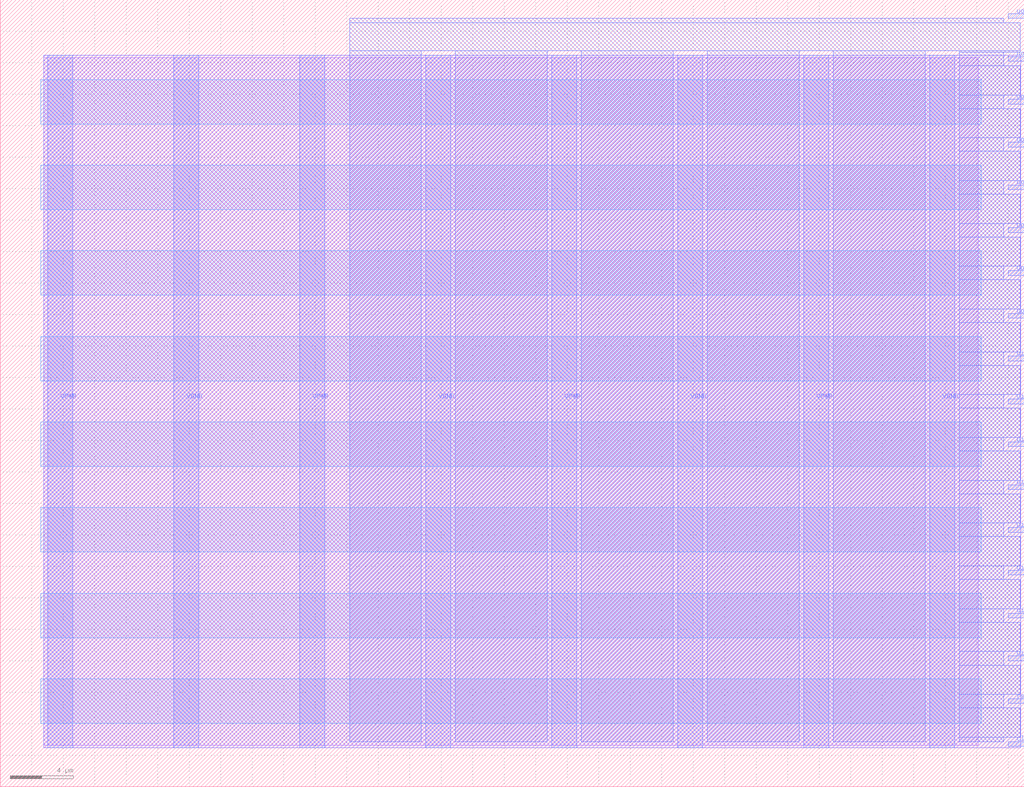
<source format=lef>
VERSION 5.7 ;
  NOWIREEXTENSIONATPIN ON ;
  DIVIDERCHAR "/" ;
  BUSBITCHARS "[]" ;
MACRO tt_um_roy1707018_ro
  CLASS BLOCK ;
  FOREIGN tt_um_roy1707018_ro ;
  ORIGIN 0.000 0.000 ;
  SIZE 65.000 BY 50.000 ;
  PIN VGND
    DIRECTION INOUT ;
    USE GROUND ;
    PORT
      LAYER met2 ;
        RECT 11.000 2.480 12.600 46.480 ;
    END
    PORT
      LAYER met2 ;
        RECT 27.000 2.480 28.600 46.480 ;
    END
    PORT
      LAYER met2 ;
        RECT 43.000 2.480 44.600 46.480 ;
    END
    PORT
      LAYER met2 ;
        RECT 59.000 2.480 60.600 46.480 ;
    END
  END VGND
  PIN VPWR
    DIRECTION INOUT ;
    USE POWER ;
    PORT
      LAYER met2 ;
        RECT 3.000 2.480 4.600 46.480 ;
    END
    PORT
      LAYER met2 ;
        RECT 19.000 2.480 20.600 46.480 ;
    END
    PORT
      LAYER met2 ;
        RECT 35.000 2.480 36.600 46.480 ;
    END
    PORT
      LAYER met2 ;
        RECT 51.000 2.480 52.600 46.480 ;
    END
  END VPWR
  PIN clk
    DIRECTION INPUT ;
    USE SIGNAL ;
    ANTENNAGATEAREA 0.852000 ;
    PORT
      LAYER met2 ;
        RECT 64.000 2.570 65.000 2.870 ;
    END
  END clk
  PIN rst_n
    DIRECTION INPUT ;
    USE SIGNAL ;
    PORT
      LAYER met2 ;
        RECT 64.000 5.290 65.000 5.590 ;
    END
  END rst_n
  PIN ui_in[0]
    DIRECTION INPUT ;
    USE SIGNAL ;
    ANTENNAGATEAREA 0.196500 ;
    PORT
      LAYER met2 ;
        RECT 64.000 8.010 65.000 8.310 ;
    END
  END ui_in[0]
  PIN ui_in[1]
    DIRECTION INPUT ;
    USE SIGNAL ;
    ANTENNAGATEAREA 0.196500 ;
    PORT
      LAYER met2 ;
        RECT 64.000 10.730 65.000 11.030 ;
    END
  END ui_in[1]
  PIN ui_in[2]
    DIRECTION INPUT ;
    USE SIGNAL ;
    PORT
      LAYER met2 ;
        RECT 64.000 13.450 65.000 13.750 ;
    END
  END ui_in[2]
  PIN ui_in[3]
    DIRECTION INPUT ;
    USE SIGNAL ;
    PORT
      LAYER met2 ;
        RECT 64.000 16.170 65.000 16.470 ;
    END
  END ui_in[3]
  PIN ui_in[4]
    DIRECTION INPUT ;
    USE SIGNAL ;
    PORT
      LAYER met2 ;
        RECT 64.000 18.890 65.000 19.190 ;
    END
  END ui_in[4]
  PIN ui_in[5]
    DIRECTION INPUT ;
    USE SIGNAL ;
    PORT
      LAYER met2 ;
        RECT 64.000 21.610 65.000 21.910 ;
    END
  END ui_in[5]
  PIN ui_in[6]
    DIRECTION INPUT ;
    USE SIGNAL ;
    PORT
      LAYER met2 ;
        RECT 64.000 24.330 65.000 24.630 ;
    END
  END ui_in[6]
  PIN ui_in[7]
    DIRECTION INPUT ;
    USE SIGNAL ;
    PORT
      LAYER met2 ;
        RECT 64.000 27.050 65.000 27.350 ;
    END
  END ui_in[7]
  PIN uo_out[0]
    DIRECTION OUTPUT ;
    USE SIGNAL ;
    ANTENNADIFFAREA 0.445500 ;
    PORT
      LAYER met2 ;
        RECT 64.000 29.770 65.000 30.070 ;
    END
  END uo_out[0]
  PIN uo_out[1]
    DIRECTION OUTPUT ;
    USE SIGNAL ;
    ANTENNADIFFAREA 0.445500 ;
    PORT
      LAYER met2 ;
        RECT 64.000 32.490 65.000 32.790 ;
    END
  END uo_out[1]
  PIN uo_out[2]
    DIRECTION OUTPUT ;
    USE SIGNAL ;
    ANTENNADIFFAREA 0.445500 ;
    PORT
      LAYER met2 ;
        RECT 64.000 35.210 65.000 35.510 ;
    END
  END uo_out[2]
  PIN uo_out[3]
    DIRECTION OUTPUT ;
    USE SIGNAL ;
    ANTENNADIFFAREA 0.445500 ;
    PORT
      LAYER met2 ;
        RECT 64.000 37.930 65.000 38.230 ;
    END
  END uo_out[3]
  PIN uo_out[4]
    DIRECTION OUTPUT ;
    USE SIGNAL ;
    ANTENNADIFFAREA 0.445500 ;
    PORT
      LAYER met2 ;
        RECT 64.000 40.650 65.000 40.950 ;
    END
  END uo_out[4]
  PIN uo_out[5]
    DIRECTION OUTPUT ;
    USE SIGNAL ;
    ANTENNADIFFAREA 0.445500 ;
    PORT
      LAYER met2 ;
        RECT 64.000 43.370 65.000 43.670 ;
    END
  END uo_out[5]
  PIN uo_out[6]
    DIRECTION OUTPUT ;
    USE SIGNAL ;
    ANTENNADIFFAREA 0.445500 ;
    PORT
      LAYER met2 ;
        RECT 64.000 46.090 65.000 46.390 ;
    END
  END uo_out[6]
  PIN uo_out[7]
    DIRECTION OUTPUT ;
    USE SIGNAL ;
    ANTENNADIFFAREA 0.445500 ;
    PORT
      LAYER met2 ;
        RECT 64.000 48.810 65.000 49.110 ;
    END
  END uo_out[7]
  OBS
      LAYER nwell ;
        RECT 2.570 42.105 62.290 44.935 ;
        RECT 2.570 36.665 62.290 39.495 ;
        RECT 2.570 31.225 62.290 34.055 ;
        RECT 2.570 25.785 62.290 28.615 ;
        RECT 2.570 20.345 62.290 23.175 ;
        RECT 2.570 14.905 62.290 17.735 ;
        RECT 2.570 9.465 62.290 12.295 ;
        RECT 2.570 4.025 62.290 6.855 ;
      LAYER li1 ;
        RECT 2.760 2.635 62.100 46.325 ;
      LAYER met1 ;
        RECT 2.760 2.480 64.790 46.480 ;
      LAYER met2 ;
        RECT 22.180 48.530 63.720 48.810 ;
        RECT 22.180 46.760 64.760 48.530 ;
        RECT 22.180 2.870 26.720 46.760 ;
        RECT 28.880 2.870 34.720 46.760 ;
        RECT 36.880 2.870 42.720 46.760 ;
        RECT 44.880 2.870 50.720 46.760 ;
        RECT 52.880 2.870 58.720 46.760 ;
        RECT 60.880 46.670 64.760 46.760 ;
        RECT 60.880 45.810 63.720 46.670 ;
        RECT 60.880 43.950 64.760 45.810 ;
        RECT 60.880 43.090 63.720 43.950 ;
        RECT 60.880 41.230 64.760 43.090 ;
        RECT 60.880 40.370 63.720 41.230 ;
        RECT 60.880 38.510 64.760 40.370 ;
        RECT 60.880 37.650 63.720 38.510 ;
        RECT 60.880 35.790 64.760 37.650 ;
        RECT 60.880 34.930 63.720 35.790 ;
        RECT 60.880 33.070 64.760 34.930 ;
        RECT 60.880 32.210 63.720 33.070 ;
        RECT 60.880 30.350 64.760 32.210 ;
        RECT 60.880 29.490 63.720 30.350 ;
        RECT 60.880 27.630 64.760 29.490 ;
        RECT 60.880 26.770 63.720 27.630 ;
        RECT 60.880 24.910 64.760 26.770 ;
        RECT 60.880 24.050 63.720 24.910 ;
        RECT 60.880 22.190 64.760 24.050 ;
        RECT 60.880 21.330 63.720 22.190 ;
        RECT 60.880 19.470 64.760 21.330 ;
        RECT 60.880 18.610 63.720 19.470 ;
        RECT 60.880 16.750 64.760 18.610 ;
        RECT 60.880 15.890 63.720 16.750 ;
        RECT 60.880 14.030 64.760 15.890 ;
        RECT 60.880 13.170 63.720 14.030 ;
        RECT 60.880 11.310 64.760 13.170 ;
        RECT 60.880 10.450 63.720 11.310 ;
        RECT 60.880 8.590 64.760 10.450 ;
        RECT 60.880 7.730 63.720 8.590 ;
        RECT 60.880 5.870 64.760 7.730 ;
        RECT 60.880 5.010 63.720 5.870 ;
        RECT 60.880 3.150 64.760 5.010 ;
        RECT 60.880 2.870 63.720 3.150 ;
  END
END tt_um_roy1707018_ro
END LIBRARY


</source>
